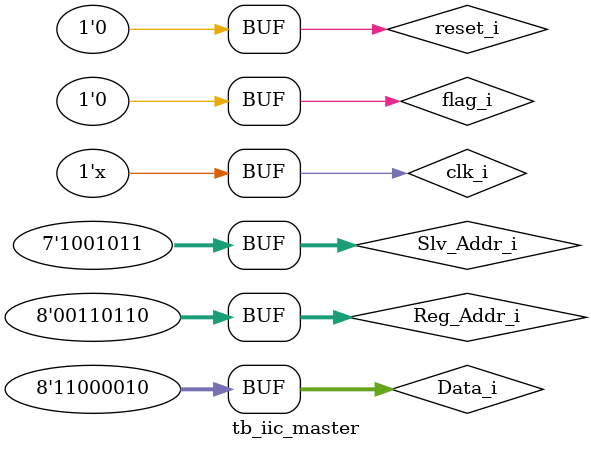
<source format=v>
`timescale 1ns / 1ps
module tb_iic_master;
//inputs
reg clk_i;
reg reset_i;
reg flag_i;

reg [6:0]Slv_Addr_i;
reg [7:0]Reg_Addr_i;
reg [7:0]Data_i;

//outputs
wire scl;
wire sda;
wire ready_o;

//时钟激励
initial clk_i=0;
always #10 clk_i=~clk_i;

//输入地址和数据
initial begin
    Slv_Addr_i=7'b1001011;
    Reg_Addr_i=8'b00110110;
    Data_i=8'b11000010;
end

//reset_i
initial begin
    reset_i=0;
    #10;
    reset_i=1;
    #10;
    reset_i=0;
end

//flag_i
initial begin
    flag_i=0;
    #20;
    flag_i=1;
    #40;
    flag_i=0;
end
iic_master uut(
    .clk_i(clk_i),

    .Slv_Addr_i(Slv_Addr_i),
    .Reg_Addr_i(Reg_Addr_i),
    .Data_i(Data_i),

    .scl(scl),
    .sda(sda),
    .ready_o(ready_o)
);
endmodule
</source>
